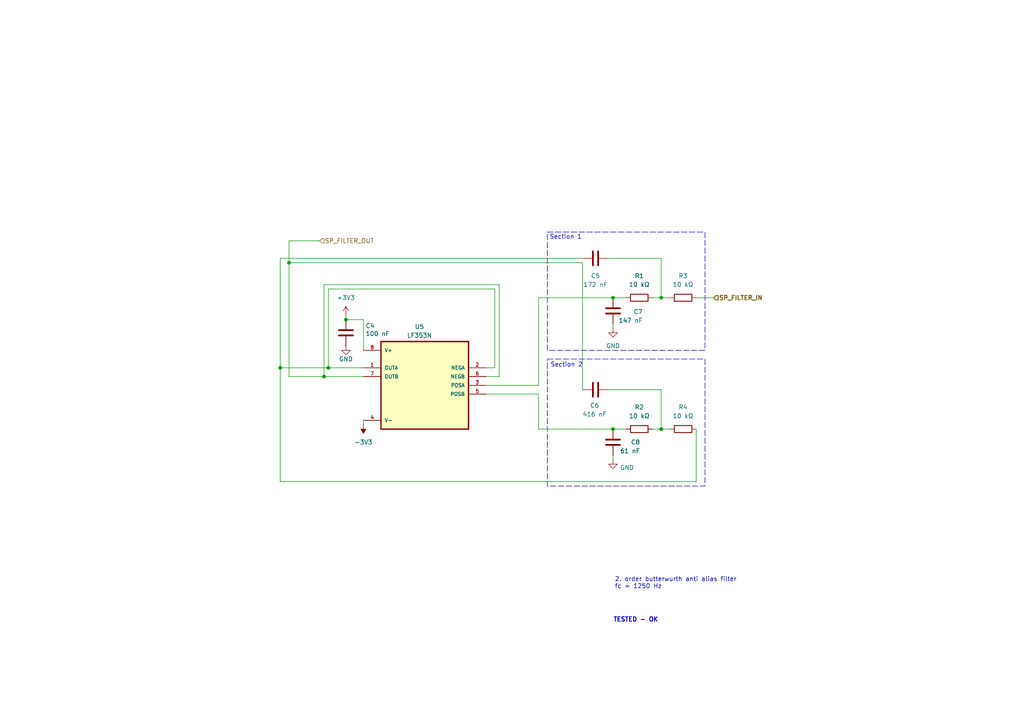
<source format=kicad_sch>
(kicad_sch
	(version 20231120)
	(generator "eeschema")
	(generator_version "8.0")
	(uuid "fdb1314a-1cbf-4240-91ed-4d2dfc3252f0")
	(paper "A4")
	(lib_symbols
		(symbol "Device:C"
			(pin_numbers hide)
			(pin_names
				(offset 0.254)
			)
			(exclude_from_sim no)
			(in_bom yes)
			(on_board yes)
			(property "Reference" "C"
				(at 0.635 2.54 0)
				(effects
					(font
						(size 1.27 1.27)
					)
					(justify left)
				)
			)
			(property "Value" "C"
				(at 0.635 -2.54 0)
				(effects
					(font
						(size 1.27 1.27)
					)
					(justify left)
				)
			)
			(property "Footprint" ""
				(at 0.9652 -3.81 0)
				(effects
					(font
						(size 1.27 1.27)
					)
					(hide yes)
				)
			)
			(property "Datasheet" "~"
				(at 0 0 0)
				(effects
					(font
						(size 1.27 1.27)
					)
					(hide yes)
				)
			)
			(property "Description" "Unpolarized capacitor"
				(at 0 0 0)
				(effects
					(font
						(size 1.27 1.27)
					)
					(hide yes)
				)
			)
			(property "ki_keywords" "cap capacitor"
				(at 0 0 0)
				(effects
					(font
						(size 1.27 1.27)
					)
					(hide yes)
				)
			)
			(property "ki_fp_filters" "C_*"
				(at 0 0 0)
				(effects
					(font
						(size 1.27 1.27)
					)
					(hide yes)
				)
			)
			(symbol "C_0_1"
				(polyline
					(pts
						(xy -2.032 -0.762) (xy 2.032 -0.762)
					)
					(stroke
						(width 0.508)
						(type default)
					)
					(fill
						(type none)
					)
				)
				(polyline
					(pts
						(xy -2.032 0.762) (xy 2.032 0.762)
					)
					(stroke
						(width 0.508)
						(type default)
					)
					(fill
						(type none)
					)
				)
			)
			(symbol "C_1_1"
				(pin passive line
					(at 0 3.81 270)
					(length 2.794)
					(name "~"
						(effects
							(font
								(size 1.27 1.27)
							)
						)
					)
					(number "1"
						(effects
							(font
								(size 1.27 1.27)
							)
						)
					)
				)
				(pin passive line
					(at 0 -3.81 90)
					(length 2.794)
					(name "~"
						(effects
							(font
								(size 1.27 1.27)
							)
						)
					)
					(number "2"
						(effects
							(font
								(size 1.27 1.27)
							)
						)
					)
				)
			)
		)
		(symbol "Device:R"
			(pin_numbers hide)
			(pin_names
				(offset 0)
			)
			(exclude_from_sim no)
			(in_bom yes)
			(on_board yes)
			(property "Reference" "R"
				(at 2.032 0 90)
				(effects
					(font
						(size 1.27 1.27)
					)
				)
			)
			(property "Value" "R"
				(at 0 0 90)
				(effects
					(font
						(size 1.27 1.27)
					)
				)
			)
			(property "Footprint" ""
				(at -1.778 0 90)
				(effects
					(font
						(size 1.27 1.27)
					)
					(hide yes)
				)
			)
			(property "Datasheet" "~"
				(at 0 0 0)
				(effects
					(font
						(size 1.27 1.27)
					)
					(hide yes)
				)
			)
			(property "Description" "Resistor"
				(at 0 0 0)
				(effects
					(font
						(size 1.27 1.27)
					)
					(hide yes)
				)
			)
			(property "ki_keywords" "R res resistor"
				(at 0 0 0)
				(effects
					(font
						(size 1.27 1.27)
					)
					(hide yes)
				)
			)
			(property "ki_fp_filters" "R_*"
				(at 0 0 0)
				(effects
					(font
						(size 1.27 1.27)
					)
					(hide yes)
				)
			)
			(symbol "R_0_1"
				(rectangle
					(start -1.016 -2.54)
					(end 1.016 2.54)
					(stroke
						(width 0.254)
						(type default)
					)
					(fill
						(type none)
					)
				)
			)
			(symbol "R_1_1"
				(pin passive line
					(at 0 3.81 270)
					(length 1.27)
					(name "~"
						(effects
							(font
								(size 1.27 1.27)
							)
						)
					)
					(number "1"
						(effects
							(font
								(size 1.27 1.27)
							)
						)
					)
				)
				(pin passive line
					(at 0 -3.81 90)
					(length 1.27)
					(name "~"
						(effects
							(font
								(size 1.27 1.27)
							)
						)
					)
					(number "2"
						(effects
							(font
								(size 1.27 1.27)
							)
						)
					)
				)
			)
		)
		(symbol "LF353N:LF353N"
			(pin_names
				(offset 1.016)
			)
			(exclude_from_sim no)
			(in_bom yes)
			(on_board yes)
			(property "Reference" "U"
				(at -12.7 13.7 0)
				(effects
					(font
						(size 1.27 1.27)
					)
					(justify left bottom)
				)
			)
			(property "Value" "LF353N"
				(at -12.7 -16.7 0)
				(effects
					(font
						(size 1.27 1.27)
					)
					(justify left bottom)
				)
			)
			(property "Footprint" "LF353N:DIP794W45P254L959H508Q8"
				(at 0 0 0)
				(effects
					(font
						(size 1.27 1.27)
					)
					(justify bottom)
					(hide yes)
				)
			)
			(property "Datasheet" ""
				(at 0 0 0)
				(effects
					(font
						(size 1.27 1.27)
					)
					(hide yes)
				)
			)
			(property "Description" ""
				(at 0 0 0)
				(effects
					(font
						(size 1.27 1.27)
					)
					(hide yes)
				)
			)
			(property "MF" "Texas Instruments"
				(at 0 0 0)
				(effects
					(font
						(size 1.27 1.27)
					)
					(justify bottom)
					(hide yes)
				)
			)
			(property "Description_1" "\nDual, 36-V, 4-MHz, high slew rate (13-V/µs), In to V+, JFET-input op amp\n"
				(at 0 0 0)
				(effects
					(font
						(size 1.27 1.27)
					)
					(justify bottom)
					(hide yes)
				)
			)
			(property "Package" "PDIP-8 Texas"
				(at 0 0 0)
				(effects
					(font
						(size 1.27 1.27)
					)
					(justify bottom)
					(hide yes)
				)
			)
			(property "Price" "None"
				(at 0 0 0)
				(effects
					(font
						(size 1.27 1.27)
					)
					(justify bottom)
					(hide yes)
				)
			)
			(property "SnapEDA_Link" "https://www.snapeda.com/parts/LF353N/NOPB/Texas+Instruments/view-part/?ref=snap"
				(at 0 0 0)
				(effects
					(font
						(size 1.27 1.27)
					)
					(justify bottom)
					(hide yes)
				)
			)
			(property "MP" "LF353N/NOPB"
				(at 0 0 0)
				(effects
					(font
						(size 1.27 1.27)
					)
					(justify bottom)
					(hide yes)
				)
			)
			(property "Purchase-URL" "https://www.snapeda.com/api/url_track_click_mouser/?unipart_id=26204&manufacturer=Texas Instruments&part_name=LF353N/NOPB&search_term=None"
				(at 0 0 0)
				(effects
					(font
						(size 1.27 1.27)
					)
					(justify bottom)
					(hide yes)
				)
			)
			(property "Availability" "In Stock"
				(at 0 0 0)
				(effects
					(font
						(size 1.27 1.27)
					)
					(justify bottom)
					(hide yes)
				)
			)
			(property "Check_prices" "https://www.snapeda.com/parts/LF353N/NOPB/Texas+Instruments/view-part/?ref=eda"
				(at 0 0 0)
				(effects
					(font
						(size 1.27 1.27)
					)
					(justify bottom)
					(hide yes)
				)
			)
			(symbol "LF353N_0_0"
				(rectangle
					(start -12.7 -12.7)
					(end 12.7 12.7)
					(stroke
						(width 0.41)
						(type default)
					)
					(fill
						(type background)
					)
				)
				(pin output line
					(at 17.78 5.08 180)
					(length 5.08)
					(name "OUTA"
						(effects
							(font
								(size 1.016 1.016)
							)
						)
					)
					(number "1"
						(effects
							(font
								(size 1.016 1.016)
							)
						)
					)
				)
				(pin input line
					(at -17.78 5.08 0)
					(length 5.08)
					(name "NEGA"
						(effects
							(font
								(size 1.016 1.016)
							)
						)
					)
					(number "2"
						(effects
							(font
								(size 1.016 1.016)
							)
						)
					)
				)
				(pin input line
					(at -17.78 0 0)
					(length 5.08)
					(name "POSA"
						(effects
							(font
								(size 1.016 1.016)
							)
						)
					)
					(number "3"
						(effects
							(font
								(size 1.016 1.016)
							)
						)
					)
				)
				(pin power_in line
					(at 17.78 -10.16 180)
					(length 5.08)
					(name "V-"
						(effects
							(font
								(size 1.016 1.016)
							)
						)
					)
					(number "4"
						(effects
							(font
								(size 1.016 1.016)
							)
						)
					)
				)
				(pin input line
					(at -17.78 -2.54 0)
					(length 5.08)
					(name "POSB"
						(effects
							(font
								(size 1.016 1.016)
							)
						)
					)
					(number "5"
						(effects
							(font
								(size 1.016 1.016)
							)
						)
					)
				)
				(pin input line
					(at -17.78 2.54 0)
					(length 5.08)
					(name "NEGB"
						(effects
							(font
								(size 1.016 1.016)
							)
						)
					)
					(number "6"
						(effects
							(font
								(size 1.016 1.016)
							)
						)
					)
				)
				(pin output line
					(at 17.78 2.54 180)
					(length 5.08)
					(name "OUTB"
						(effects
							(font
								(size 1.016 1.016)
							)
						)
					)
					(number "7"
						(effects
							(font
								(size 1.016 1.016)
							)
						)
					)
				)
				(pin power_in line
					(at 17.78 10.16 180)
					(length 5.08)
					(name "V+"
						(effects
							(font
								(size 1.016 1.016)
							)
						)
					)
					(number "8"
						(effects
							(font
								(size 1.016 1.016)
							)
						)
					)
				)
			)
		)
		(symbol "power:+3V3"
			(power)
			(pin_numbers hide)
			(pin_names
				(offset 0) hide)
			(exclude_from_sim no)
			(in_bom yes)
			(on_board yes)
			(property "Reference" "#PWR"
				(at 0 -3.81 0)
				(effects
					(font
						(size 1.27 1.27)
					)
					(hide yes)
				)
			)
			(property "Value" "+3V3"
				(at 0 3.556 0)
				(effects
					(font
						(size 1.27 1.27)
					)
				)
			)
			(property "Footprint" ""
				(at 0 0 0)
				(effects
					(font
						(size 1.27 1.27)
					)
					(hide yes)
				)
			)
			(property "Datasheet" ""
				(at 0 0 0)
				(effects
					(font
						(size 1.27 1.27)
					)
					(hide yes)
				)
			)
			(property "Description" "Power symbol creates a global label with name \"+3V3\""
				(at 0 0 0)
				(effects
					(font
						(size 1.27 1.27)
					)
					(hide yes)
				)
			)
			(property "ki_keywords" "global power"
				(at 0 0 0)
				(effects
					(font
						(size 1.27 1.27)
					)
					(hide yes)
				)
			)
			(symbol "+3V3_0_1"
				(polyline
					(pts
						(xy -0.762 1.27) (xy 0 2.54)
					)
					(stroke
						(width 0)
						(type default)
					)
					(fill
						(type none)
					)
				)
				(polyline
					(pts
						(xy 0 0) (xy 0 2.54)
					)
					(stroke
						(width 0)
						(type default)
					)
					(fill
						(type none)
					)
				)
				(polyline
					(pts
						(xy 0 2.54) (xy 0.762 1.27)
					)
					(stroke
						(width 0)
						(type default)
					)
					(fill
						(type none)
					)
				)
			)
			(symbol "+3V3_1_1"
				(pin power_in line
					(at 0 0 90)
					(length 0)
					(name "~"
						(effects
							(font
								(size 1.27 1.27)
							)
						)
					)
					(number "1"
						(effects
							(font
								(size 1.27 1.27)
							)
						)
					)
				)
			)
		)
		(symbol "power:-3V3"
			(power)
			(pin_numbers hide)
			(pin_names
				(offset 0) hide)
			(exclude_from_sim no)
			(in_bom yes)
			(on_board yes)
			(property "Reference" "#PWR"
				(at 0 -3.81 0)
				(effects
					(font
						(size 1.27 1.27)
					)
					(hide yes)
				)
			)
			(property "Value" "-3V3"
				(at 0 3.556 0)
				(effects
					(font
						(size 1.27 1.27)
					)
				)
			)
			(property "Footprint" ""
				(at 0 0 0)
				(effects
					(font
						(size 1.27 1.27)
					)
					(hide yes)
				)
			)
			(property "Datasheet" ""
				(at 0 0 0)
				(effects
					(font
						(size 1.27 1.27)
					)
					(hide yes)
				)
			)
			(property "Description" "Power symbol creates a global label with name \"-3V3\""
				(at 0 0 0)
				(effects
					(font
						(size 1.27 1.27)
					)
					(hide yes)
				)
			)
			(property "ki_keywords" "global power"
				(at 0 0 0)
				(effects
					(font
						(size 1.27 1.27)
					)
					(hide yes)
				)
			)
			(symbol "-3V3_0_0"
				(pin power_in line
					(at 0 0 90)
					(length 0)
					(name "~"
						(effects
							(font
								(size 1.27 1.27)
							)
						)
					)
					(number "1"
						(effects
							(font
								(size 1.27 1.27)
							)
						)
					)
				)
			)
			(symbol "-3V3_0_1"
				(polyline
					(pts
						(xy 0 0) (xy 0 1.27) (xy 0.762 1.27) (xy 0 2.54) (xy -0.762 1.27) (xy 0 1.27)
					)
					(stroke
						(width 0)
						(type default)
					)
					(fill
						(type outline)
					)
				)
			)
		)
		(symbol "power:GND"
			(power)
			(pin_numbers hide)
			(pin_names
				(offset 0) hide)
			(exclude_from_sim no)
			(in_bom yes)
			(on_board yes)
			(property "Reference" "#PWR"
				(at 0 -6.35 0)
				(effects
					(font
						(size 1.27 1.27)
					)
					(hide yes)
				)
			)
			(property "Value" "GND"
				(at 0 -3.81 0)
				(effects
					(font
						(size 1.27 1.27)
					)
				)
			)
			(property "Footprint" ""
				(at 0 0 0)
				(effects
					(font
						(size 1.27 1.27)
					)
					(hide yes)
				)
			)
			(property "Datasheet" ""
				(at 0 0 0)
				(effects
					(font
						(size 1.27 1.27)
					)
					(hide yes)
				)
			)
			(property "Description" "Power symbol creates a global label with name \"GND\" , ground"
				(at 0 0 0)
				(effects
					(font
						(size 1.27 1.27)
					)
					(hide yes)
				)
			)
			(property "ki_keywords" "global power"
				(at 0 0 0)
				(effects
					(font
						(size 1.27 1.27)
					)
					(hide yes)
				)
			)
			(symbol "GND_0_1"
				(polyline
					(pts
						(xy 0 0) (xy 0 -1.27) (xy 1.27 -1.27) (xy 0 -2.54) (xy -1.27 -1.27) (xy 0 -1.27)
					)
					(stroke
						(width 0)
						(type default)
					)
					(fill
						(type none)
					)
				)
			)
			(symbol "GND_1_1"
				(pin power_in line
					(at 0 0 270)
					(length 0)
					(name "~"
						(effects
							(font
								(size 1.27 1.27)
							)
						)
					)
					(number "1"
						(effects
							(font
								(size 1.27 1.27)
							)
						)
					)
				)
			)
		)
	)
	(junction
		(at 93.98 109.22)
		(diameter 0)
		(color 0 0 0 0)
		(uuid "00a21730-b79d-4a47-a9e8-861ccbe4fc7f")
	)
	(junction
		(at 100.33 92.71)
		(diameter 0)
		(color 0 0 0 0)
		(uuid "30493b66-48ae-4519-b977-ffa4b50ecbb9")
	)
	(junction
		(at 83.82 76.2)
		(diameter 0)
		(color 0 0 0 0)
		(uuid "560e85be-e979-4c91-b003-4996e74b013a")
	)
	(junction
		(at 81.28 106.68)
		(diameter 0)
		(color 0 0 0 0)
		(uuid "57a9f3bc-87a9-41d7-96a6-7c86ff022d00")
	)
	(junction
		(at 177.8 86.36)
		(diameter 0)
		(color 0 0 0 0)
		(uuid "8aae1340-8a39-4847-b3fd-7b16328baf2b")
	)
	(junction
		(at 191.77 86.36)
		(diameter 0)
		(color 0 0 0 0)
		(uuid "8fc45d5e-85ed-437f-8687-8cfaa959384c")
	)
	(junction
		(at 95.25 106.68)
		(diameter 0)
		(color 0 0 0 0)
		(uuid "bcc77b6a-8056-4fd0-a616-5b8e7f24cf26")
	)
	(junction
		(at 177.8 124.46)
		(diameter 0)
		(color 0 0 0 0)
		(uuid "e7763fa5-7392-4c22-952b-45a04914a9ea")
	)
	(junction
		(at 191.77 124.46)
		(diameter 0)
		(color 0 0 0 0)
		(uuid "e81414d2-4f39-40c6-9e83-b0d75707f328")
	)
	(wire
		(pts
			(xy 143.51 106.68) (xy 143.51 83.82)
		)
		(stroke
			(width 0)
			(type default)
		)
		(uuid "046b8a5a-f58e-4da6-a9ea-c011bd5c6f2a")
	)
	(wire
		(pts
			(xy 105.41 92.71) (xy 105.41 101.6)
		)
		(stroke
			(width 0)
			(type default)
		)
		(uuid "092af7ae-55f0-4649-a32b-c7482142f6d2")
	)
	(wire
		(pts
			(xy 83.82 76.2) (xy 83.82 109.22)
		)
		(stroke
			(width 0)
			(type default)
		)
		(uuid "12dd4796-49b2-48b8-adda-b14fa723fe0f")
	)
	(wire
		(pts
			(xy 83.82 76.2) (xy 83.82 69.85)
		)
		(stroke
			(width 0)
			(type default)
		)
		(uuid "1c3950bf-a003-4bbb-a9a2-da28e8842553")
	)
	(wire
		(pts
			(xy 181.61 124.46) (xy 177.8 124.46)
		)
		(stroke
			(width 0)
			(type default)
		)
		(uuid "1cf4b533-db6b-4778-a523-fd4ce27964bd")
	)
	(wire
		(pts
			(xy 191.77 74.93) (xy 191.77 86.36)
		)
		(stroke
			(width 0)
			(type default)
		)
		(uuid "2586c451-41f6-49bd-8aed-22167ef1554e")
	)
	(wire
		(pts
			(xy 100.33 91.44) (xy 100.33 92.71)
		)
		(stroke
			(width 0)
			(type default)
		)
		(uuid "31939978-0008-4e38-b11f-864a6e3d772d")
	)
	(wire
		(pts
			(xy 81.28 106.68) (xy 81.28 139.7)
		)
		(stroke
			(width 0)
			(type default)
		)
		(uuid "347c59cb-a4ea-41fe-a91e-2a34552e1ad5")
	)
	(wire
		(pts
			(xy 177.8 86.36) (xy 156.21 86.36)
		)
		(stroke
			(width 0)
			(type default)
		)
		(uuid "396c9f37-a88e-458a-b43c-7fc4ff31d1cd")
	)
	(wire
		(pts
			(xy 156.21 111.76) (xy 140.97 111.76)
		)
		(stroke
			(width 0)
			(type default)
		)
		(uuid "3a54fb12-4c98-4fa0-84b7-64b8d9806aff")
	)
	(wire
		(pts
			(xy 140.97 109.22) (xy 144.78 109.22)
		)
		(stroke
			(width 0)
			(type default)
		)
		(uuid "43bcad6a-4692-4674-ae52-273136a084fb")
	)
	(wire
		(pts
			(xy 81.28 139.7) (xy 201.93 139.7)
		)
		(stroke
			(width 0)
			(type default)
		)
		(uuid "44cecd50-43f8-411a-95f4-5549207fab57")
	)
	(wire
		(pts
			(xy 105.41 121.92) (xy 105.41 123.19)
		)
		(stroke
			(width 0)
			(type default)
		)
		(uuid "47f78c84-4a43-4e6c-b717-9da8753d3a8e")
	)
	(wire
		(pts
			(xy 143.51 106.68) (xy 140.97 106.68)
		)
		(stroke
			(width 0)
			(type default)
		)
		(uuid "4e0ce7aa-247e-4a29-96f3-cd34bf12be45")
	)
	(wire
		(pts
			(xy 143.51 83.82) (xy 95.25 83.82)
		)
		(stroke
			(width 0)
			(type default)
		)
		(uuid "4f8e935f-1222-4a55-b4e9-1ffdb17d8fd4")
	)
	(wire
		(pts
			(xy 83.82 76.2) (xy 168.91 76.2)
		)
		(stroke
			(width 0)
			(type default)
		)
		(uuid "6976f397-0436-4ac1-a0df-84f24d03cf34")
	)
	(wire
		(pts
			(xy 181.61 86.36) (xy 177.8 86.36)
		)
		(stroke
			(width 0)
			(type default)
		)
		(uuid "71443a42-85f6-4282-bdd7-aace4303e242")
	)
	(wire
		(pts
			(xy 207.01 86.36) (xy 201.93 86.36)
		)
		(stroke
			(width 0)
			(type default)
		)
		(uuid "721db1a4-e5e2-41af-8840-43afecf501e4")
	)
	(wire
		(pts
			(xy 81.28 106.68) (xy 95.25 106.68)
		)
		(stroke
			(width 0)
			(type default)
		)
		(uuid "730e23d9-9b86-4085-954d-fdb4c621ae1b")
	)
	(wire
		(pts
			(xy 177.8 124.46) (xy 156.21 124.46)
		)
		(stroke
			(width 0)
			(type default)
		)
		(uuid "73409fbe-60c5-4bec-bc6b-57a72c8a87e3")
	)
	(wire
		(pts
			(xy 191.77 124.46) (xy 194.31 124.46)
		)
		(stroke
			(width 0)
			(type default)
		)
		(uuid "78fb77ba-e621-4ebd-aceb-5ecd26f49c8b")
	)
	(wire
		(pts
			(xy 156.21 124.46) (xy 156.21 114.3)
		)
		(stroke
			(width 0)
			(type default)
		)
		(uuid "8467efdb-5594-4a5c-b077-bf3720e4e1ad")
	)
	(wire
		(pts
			(xy 81.28 74.93) (xy 81.28 106.68)
		)
		(stroke
			(width 0)
			(type default)
		)
		(uuid "84d7c965-4fab-45bd-80a9-89760a0d5783")
	)
	(wire
		(pts
			(xy 191.77 124.46) (xy 189.23 124.46)
		)
		(stroke
			(width 0)
			(type default)
		)
		(uuid "866a0200-89c0-401c-8642-5f3677da9df0")
	)
	(wire
		(pts
			(xy 83.82 109.22) (xy 93.98 109.22)
		)
		(stroke
			(width 0)
			(type default)
		)
		(uuid "87ddf43b-34f4-4e89-814e-667b30607487")
	)
	(wire
		(pts
			(xy 144.78 82.55) (xy 93.98 82.55)
		)
		(stroke
			(width 0)
			(type default)
		)
		(uuid "8db090d7-d4c8-497b-b40d-ad881e5d76b6")
	)
	(wire
		(pts
			(xy 176.53 74.93) (xy 191.77 74.93)
		)
		(stroke
			(width 0)
			(type default)
		)
		(uuid "8ea94ac4-afe2-41bf-a12c-f8487cfcd8ed")
	)
	(wire
		(pts
			(xy 93.98 82.55) (xy 93.98 109.22)
		)
		(stroke
			(width 0)
			(type default)
		)
		(uuid "8f176090-c03a-48da-a9d8-30584d819c08")
	)
	(wire
		(pts
			(xy 156.21 86.36) (xy 156.21 111.76)
		)
		(stroke
			(width 0)
			(type default)
		)
		(uuid "8f4c0288-fef7-4b7c-a8c5-af2feb7d4fb6")
	)
	(wire
		(pts
			(xy 156.21 114.3) (xy 140.97 114.3)
		)
		(stroke
			(width 0)
			(type default)
		)
		(uuid "9ea09d54-f39e-4c86-884d-cd25e4d96262")
	)
	(wire
		(pts
			(xy 201.93 124.46) (xy 201.93 139.7)
		)
		(stroke
			(width 0)
			(type default)
		)
		(uuid "a1e481f8-50d9-422e-acfc-f3d1e0161593")
	)
	(wire
		(pts
			(xy 168.91 74.93) (xy 81.28 74.93)
		)
		(stroke
			(width 0)
			(type default)
		)
		(uuid "a5eef787-4b0b-4b7c-913d-59c40ec71a0d")
	)
	(wire
		(pts
			(xy 100.33 92.71) (xy 105.41 92.71)
		)
		(stroke
			(width 0)
			(type default)
		)
		(uuid "a8570122-7245-4ddb-8e88-bbb0ac5a4569")
	)
	(wire
		(pts
			(xy 144.78 109.22) (xy 144.78 82.55)
		)
		(stroke
			(width 0)
			(type default)
		)
		(uuid "a8922b8c-e082-4729-93bb-7b0e0796ea01")
	)
	(wire
		(pts
			(xy 83.82 69.85) (xy 92.71 69.85)
		)
		(stroke
			(width 0)
			(type default)
		)
		(uuid "a93c9f8b-0ec6-43fb-99cb-01e20f8693ae")
	)
	(wire
		(pts
			(xy 191.77 113.03) (xy 191.77 124.46)
		)
		(stroke
			(width 0)
			(type default)
		)
		(uuid "af06bf2e-06d0-4582-ab50-78ac80012962")
	)
	(wire
		(pts
			(xy 177.8 93.98) (xy 177.8 95.25)
		)
		(stroke
			(width 0)
			(type default)
		)
		(uuid "bf27e2d9-3206-4394-8f75-71df9c1b1134")
	)
	(wire
		(pts
			(xy 168.91 113.03) (xy 168.91 76.2)
		)
		(stroke
			(width 0)
			(type default)
		)
		(uuid "c10eddb7-29c2-4239-b5c0-b81024dfd6ea")
	)
	(wire
		(pts
			(xy 176.53 113.03) (xy 191.77 113.03)
		)
		(stroke
			(width 0)
			(type default)
		)
		(uuid "d3f528ec-3947-4071-bddc-3cf851e0d678")
	)
	(wire
		(pts
			(xy 95.25 83.82) (xy 95.25 106.68)
		)
		(stroke
			(width 0)
			(type default)
		)
		(uuid "d889de21-3410-46a1-b9ae-ee51f6013ce7")
	)
	(wire
		(pts
			(xy 95.25 106.68) (xy 105.41 106.68)
		)
		(stroke
			(width 0)
			(type default)
		)
		(uuid "f4a9f6ed-c34a-44ec-8d86-ceef5adef6da")
	)
	(wire
		(pts
			(xy 191.77 86.36) (xy 189.23 86.36)
		)
		(stroke
			(width 0)
			(type default)
		)
		(uuid "fa482913-bbf6-4f47-b370-eb14f8b510fa")
	)
	(wire
		(pts
			(xy 177.8 132.08) (xy 177.8 133.35)
		)
		(stroke
			(width 0)
			(type default)
		)
		(uuid "fcf5e8c7-a466-4507-b088-959aedd84118")
	)
	(wire
		(pts
			(xy 93.98 109.22) (xy 105.41 109.22)
		)
		(stroke
			(width 0)
			(type default)
		)
		(uuid "fed0bcb2-1eed-478c-9ac6-96cd4597f343")
	)
	(wire
		(pts
			(xy 191.77 86.36) (xy 194.31 86.36)
		)
		(stroke
			(width 0)
			(type default)
		)
		(uuid "ff26fbc0-f9ab-4547-a1af-8ac2de987a93")
	)
	(rectangle
		(start 158.75 104.14)
		(end 204.47 140.97)
		(stroke
			(width 0)
			(type dash)
		)
		(fill
			(type none)
		)
		(uuid 6c002117-5fdf-4522-983a-cf64e3350c9c)
	)
	(rectangle
		(start 158.75 67.31)
		(end 204.47 101.6)
		(stroke
			(width 0)
			(type dash)
		)
		(fill
			(type none)
		)
		(uuid 781ee9cf-dcae-4690-a2f9-3ab77b202fe6)
	)
	(text "TESTED - OK\n"
		(exclude_from_sim no)
		(at 184.404 179.832 0)
		(effects
			(font
				(size 1.27 1.27)
				(thickness 0.254)
				(bold yes)
			)
		)
		(uuid "126fbd5b-df23-46a5-b405-403056bb69f8")
	)
	(text "2. order butterwurth anti alias filter\nfc = 1250 Hz"
		(exclude_from_sim no)
		(at 178.308 167.386 0)
		(effects
			(font
				(size 1.27 1.27)
			)
			(justify left top)
		)
		(uuid "7a729041-6a0b-4038-b4fe-17528736c728")
	)
	(text "Section 2\n\n"
		(exclude_from_sim no)
		(at 164.338 106.934 0)
		(effects
			(font
				(size 1.27 1.27)
			)
		)
		(uuid "e28cfd2c-c572-4c96-91d6-924c55560545")
	)
	(text "Section 1\n"
		(exclude_from_sim no)
		(at 164.084 68.834 0)
		(effects
			(font
				(size 1.27 1.27)
			)
		)
		(uuid "f3fef242-53eb-4f6e-9ab8-a1aaec7ee468")
	)
	(hierarchical_label "SP_FILTER_IN"
		(shape input)
		(at 207.01 86.36 0)
		(fields_autoplaced yes)
		(effects
			(font
				(size 1.27 1.27)
				(bold yes)
			)
			(justify left)
		)
		(uuid "07084a4f-b6bc-4f98-897b-c40f69be5f52")
	)
	(hierarchical_label "SP_FILTER_OUT"
		(shape input)
		(at 92.71 69.85 0)
		(fields_autoplaced yes)
		(effects
			(font
				(size 1.27 1.27)
			)
			(justify left)
		)
		(uuid "3be473d0-2379-4445-9c1b-c06b23e0c318")
	)
	(symbol
		(lib_id "Device:C")
		(at 100.33 96.52 0)
		(mirror y)
		(unit 1)
		(exclude_from_sim no)
		(in_bom yes)
		(on_board yes)
		(dnp no)
		(uuid "0ba66df3-ae03-43b3-a3aa-c84167c9f0d2")
		(property "Reference" "C4"
			(at 108.712 94.488 0)
			(effects
				(font
					(size 1.27 1.27)
				)
				(justify left)
			)
		)
		(property "Value" "100 nF"
			(at 113.03 96.774 0)
			(effects
				(font
					(size 1.27 1.27)
				)
				(justify left)
			)
		)
		(property "Footprint" "Capacitor_SMD:C_0805_2012Metric_Pad1.18x1.45mm_HandSolder"
			(at 99.3648 100.33 0)
			(effects
				(font
					(size 1.27 1.27)
				)
				(hide yes)
			)
		)
		(property "Datasheet" "~"
			(at 100.33 96.52 0)
			(effects
				(font
					(size 1.27 1.27)
				)
				(hide yes)
			)
		)
		(property "Description" "Unpolarized capacitor"
			(at 100.33 96.52 0)
			(effects
				(font
					(size 1.27 1.27)
				)
				(hide yes)
			)
		)
		(pin "1"
			(uuid "968177a9-d945-4381-8405-d80ad85edb61")
		)
		(pin "2"
			(uuid "97128a54-40c6-40e5-a394-fa63069f2975")
		)
		(instances
			(project "BaseBoard"
				(path "/5772fade-5f5a-4b33-b088-e12fff8be0e3/5c7a8f5b-ceaf-4fe8-9c69-7311132cd264/908aee58-8b19-4f74-9836-55ac6fee8603"
					(reference "C4")
					(unit 1)
				)
			)
		)
	)
	(symbol
		(lib_id "Device:C")
		(at 172.72 74.93 270)
		(mirror x)
		(unit 1)
		(exclude_from_sim no)
		(in_bom yes)
		(on_board yes)
		(dnp no)
		(uuid "18e89fc3-b28a-470f-bb4e-c75c3b1da0c2")
		(property "Reference" "C5"
			(at 172.72 80.01 90)
			(effects
				(font
					(size 1.27 1.27)
				)
			)
		)
		(property "Value" "172 nF"
			(at 172.72 82.55 90)
			(effects
				(font
					(size 1.27 1.27)
				)
			)
		)
		(property "Footprint" "Capacitor_SMD:C_0805_2012Metric_Pad1.18x1.45mm_HandSolder"
			(at 168.91 73.9648 0)
			(effects
				(font
					(size 1.27 1.27)
				)
				(hide yes)
			)
		)
		(property "Datasheet" "~"
			(at 172.72 74.93 0)
			(effects
				(font
					(size 1.27 1.27)
				)
				(hide yes)
			)
		)
		(property "Description" "Unpolarized capacitor"
			(at 172.72 74.93 0)
			(effects
				(font
					(size 1.27 1.27)
				)
				(hide yes)
			)
		)
		(pin "2"
			(uuid "618d4c9e-a6ed-4a67-b0c4-d00a6cced649")
		)
		(pin "1"
			(uuid "a624210f-011b-493a-be6f-2a9ebb8f3267")
		)
		(instances
			(project "BaseBoard"
				(path "/5772fade-5f5a-4b33-b088-e12fff8be0e3/5c7a8f5b-ceaf-4fe8-9c69-7311132cd264/908aee58-8b19-4f74-9836-55ac6fee8603"
					(reference "C5")
					(unit 1)
				)
			)
		)
	)
	(symbol
		(lib_id "Device:C")
		(at 177.8 90.17 0)
		(mirror y)
		(unit 1)
		(exclude_from_sim no)
		(in_bom yes)
		(on_board yes)
		(dnp no)
		(uuid "19eb7cf4-7b62-4eca-9b5f-2036d0673175")
		(property "Reference" "C7"
			(at 186.436 90.424 0)
			(effects
				(font
					(size 1.27 1.27)
				)
				(justify left)
			)
		)
		(property "Value" "147 nF"
			(at 186.436 92.964 0)
			(effects
				(font
					(size 1.27 1.27)
				)
				(justify left)
			)
		)
		(property "Footprint" "Capacitor_SMD:C_0805_2012Metric_Pad1.18x1.45mm_HandSolder"
			(at 176.8348 93.98 0)
			(effects
				(font
					(size 1.27 1.27)
				)
				(hide yes)
			)
		)
		(property "Datasheet" "~"
			(at 177.8 90.17 0)
			(effects
				(font
					(size 1.27 1.27)
				)
				(hide yes)
			)
		)
		(property "Description" "Unpolarized capacitor"
			(at 177.8 90.17 0)
			(effects
				(font
					(size 1.27 1.27)
				)
				(hide yes)
			)
		)
		(pin "2"
			(uuid "ae08be55-ee9f-4e21-a875-1003572baff3")
		)
		(pin "1"
			(uuid "029abaaa-f348-4844-b451-796af10a14f4")
		)
		(instances
			(project "BaseBoard"
				(path "/5772fade-5f5a-4b33-b088-e12fff8be0e3/5c7a8f5b-ceaf-4fe8-9c69-7311132cd264/908aee58-8b19-4f74-9836-55ac6fee8603"
					(reference "C7")
					(unit 1)
				)
			)
		)
	)
	(symbol
		(lib_id "Device:R")
		(at 185.42 86.36 270)
		(mirror x)
		(unit 1)
		(exclude_from_sim no)
		(in_bom yes)
		(on_board yes)
		(dnp no)
		(fields_autoplaced yes)
		(uuid "2aad8719-c79c-4675-ba4f-7d03d2ff0176")
		(property "Reference" "R1"
			(at 185.42 80.01 90)
			(effects
				(font
					(size 1.27 1.27)
				)
			)
		)
		(property "Value" "10 kΩ"
			(at 185.42 82.55 90)
			(effects
				(font
					(size 1.27 1.27)
				)
			)
		)
		(property "Footprint" "Resistor_SMD:R_0805_2012Metric_Pad1.20x1.40mm_HandSolder"
			(at 185.42 88.138 90)
			(effects
				(font
					(size 1.27 1.27)
				)
				(hide yes)
			)
		)
		(property "Datasheet" "~"
			(at 185.42 86.36 0)
			(effects
				(font
					(size 1.27 1.27)
				)
				(hide yes)
			)
		)
		(property "Description" "Resistor"
			(at 185.42 86.36 0)
			(effects
				(font
					(size 1.27 1.27)
				)
				(hide yes)
			)
		)
		(pin "2"
			(uuid "d5485d6e-e976-40c7-9fee-031558c62652")
		)
		(pin "1"
			(uuid "f3b66feb-41bc-4c8b-b394-08b60fcdb334")
		)
		(instances
			(project "BaseBoard"
				(path "/5772fade-5f5a-4b33-b088-e12fff8be0e3/5c7a8f5b-ceaf-4fe8-9c69-7311132cd264/908aee58-8b19-4f74-9836-55ac6fee8603"
					(reference "R1")
					(unit 1)
				)
			)
		)
	)
	(symbol
		(lib_id "Device:R")
		(at 185.42 124.46 270)
		(mirror x)
		(unit 1)
		(exclude_from_sim no)
		(in_bom yes)
		(on_board yes)
		(dnp no)
		(fields_autoplaced yes)
		(uuid "3edfb9b6-c099-4d00-9e3c-f22dc03a2512")
		(property "Reference" "R2"
			(at 185.42 118.11 90)
			(effects
				(font
					(size 1.27 1.27)
				)
			)
		)
		(property "Value" "10 kΩ"
			(at 185.42 120.65 90)
			(effects
				(font
					(size 1.27 1.27)
				)
			)
		)
		(property "Footprint" "Resistor_SMD:R_0805_2012Metric_Pad1.20x1.40mm_HandSolder"
			(at 185.42 126.238 90)
			(effects
				(font
					(size 1.27 1.27)
				)
				(hide yes)
			)
		)
		(property "Datasheet" "~"
			(at 185.42 124.46 0)
			(effects
				(font
					(size 1.27 1.27)
				)
				(hide yes)
			)
		)
		(property "Description" "Resistor"
			(at 185.42 124.46 0)
			(effects
				(font
					(size 1.27 1.27)
				)
				(hide yes)
			)
		)
		(pin "2"
			(uuid "f27770e4-f901-4f31-86db-e10825b2444d")
		)
		(pin "1"
			(uuid "5becf1f9-f77f-4f49-89c1-cbdf6c5eeffe")
		)
		(instances
			(project "BaseBoard"
				(path "/5772fade-5f5a-4b33-b088-e12fff8be0e3/5c7a8f5b-ceaf-4fe8-9c69-7311132cd264/908aee58-8b19-4f74-9836-55ac6fee8603"
					(reference "R2")
					(unit 1)
				)
			)
		)
	)
	(symbol
		(lib_id "Device:C")
		(at 172.72 113.03 270)
		(mirror x)
		(unit 1)
		(exclude_from_sim no)
		(in_bom yes)
		(on_board yes)
		(dnp no)
		(uuid "5f506ac9-1f5d-4305-aa34-8cc8e4d4480d")
		(property "Reference" "C6"
			(at 172.466 117.602 90)
			(effects
				(font
					(size 1.27 1.27)
				)
			)
		)
		(property "Value" "416 nF"
			(at 172.466 120.142 90)
			(effects
				(font
					(size 1.27 1.27)
				)
			)
		)
		(property "Footprint" "Capacitor_SMD:C_0805_2012Metric_Pad1.18x1.45mm_HandSolder"
			(at 168.91 112.0648 0)
			(effects
				(font
					(size 1.27 1.27)
				)
				(hide yes)
			)
		)
		(property "Datasheet" "~"
			(at 172.72 113.03 0)
			(effects
				(font
					(size 1.27 1.27)
				)
				(hide yes)
			)
		)
		(property "Description" "Unpolarized capacitor"
			(at 172.72 113.03 0)
			(effects
				(font
					(size 1.27 1.27)
				)
				(hide yes)
			)
		)
		(pin "2"
			(uuid "c63d1028-3f94-4e01-8146-a5ac36126827")
		)
		(pin "1"
			(uuid "19e829fb-5f27-48ff-b5d0-7da6396ad690")
		)
		(instances
			(project "BaseBoard"
				(path "/5772fade-5f5a-4b33-b088-e12fff8be0e3/5c7a8f5b-ceaf-4fe8-9c69-7311132cd264/908aee58-8b19-4f74-9836-55ac6fee8603"
					(reference "C6")
					(unit 1)
				)
			)
		)
	)
	(symbol
		(lib_id "power:GND")
		(at 100.33 100.33 0)
		(unit 1)
		(exclude_from_sim no)
		(in_bom yes)
		(on_board yes)
		(dnp no)
		(uuid "6e6d2fdc-a09c-4e63-ada3-afd21e0529ef")
		(property "Reference" "#PWR011"
			(at 100.33 106.68 0)
			(effects
				(font
					(size 1.27 1.27)
				)
				(hide yes)
			)
		)
		(property "Value" "GND"
			(at 100.33 104.14 0)
			(effects
				(font
					(size 1.27 1.27)
				)
			)
		)
		(property "Footprint" ""
			(at 100.33 100.33 0)
			(effects
				(font
					(size 1.27 1.27)
				)
				(hide yes)
			)
		)
		(property "Datasheet" ""
			(at 100.33 100.33 0)
			(effects
				(font
					(size 1.27 1.27)
				)
				(hide yes)
			)
		)
		(property "Description" "Power symbol creates a global label with name \"GND\" , ground"
			(at 100.33 100.33 0)
			(effects
				(font
					(size 1.27 1.27)
				)
				(hide yes)
			)
		)
		(pin "1"
			(uuid "ae5b98c5-4b5e-44d8-94c3-c3bfffe69f22")
		)
		(instances
			(project "BaseBoard"
				(path "/5772fade-5f5a-4b33-b088-e12fff8be0e3/5c7a8f5b-ceaf-4fe8-9c69-7311132cd264/908aee58-8b19-4f74-9836-55ac6fee8603"
					(reference "#PWR011")
					(unit 1)
				)
			)
		)
	)
	(symbol
		(lib_id "power:GND")
		(at 177.8 95.25 0)
		(mirror y)
		(unit 1)
		(exclude_from_sim no)
		(in_bom yes)
		(on_board yes)
		(dnp no)
		(fields_autoplaced yes)
		(uuid "72f0ad73-a389-4c47-9ae4-d03902c79b4c")
		(property "Reference" "#PWR015"
			(at 177.8 101.6 0)
			(effects
				(font
					(size 1.27 1.27)
				)
				(hide yes)
			)
		)
		(property "Value" "GND"
			(at 177.8 100.33 0)
			(effects
				(font
					(size 1.27 1.27)
				)
			)
		)
		(property "Footprint" ""
			(at 177.8 95.25 0)
			(effects
				(font
					(size 1.27 1.27)
				)
				(hide yes)
			)
		)
		(property "Datasheet" ""
			(at 177.8 95.25 0)
			(effects
				(font
					(size 1.27 1.27)
				)
				(hide yes)
			)
		)
		(property "Description" "Power symbol creates a global label with name \"GND\" , ground"
			(at 177.8 95.25 0)
			(effects
				(font
					(size 1.27 1.27)
				)
				(hide yes)
			)
		)
		(pin "1"
			(uuid "475a51ef-74ff-4fde-b765-ddff30d5edfe")
		)
		(instances
			(project "BaseBoard"
				(path "/5772fade-5f5a-4b33-b088-e12fff8be0e3/5c7a8f5b-ceaf-4fe8-9c69-7311132cd264/908aee58-8b19-4f74-9836-55ac6fee8603"
					(reference "#PWR015")
					(unit 1)
				)
			)
		)
	)
	(symbol
		(lib_id "LF353N:LF353N")
		(at 123.19 111.76 0)
		(mirror y)
		(unit 1)
		(exclude_from_sim no)
		(in_bom yes)
		(on_board yes)
		(dnp no)
		(uuid "831307f4-b064-41a7-b7a9-c49a67082b94")
		(property "Reference" "U5"
			(at 121.666 94.742 0)
			(effects
				(font
					(size 1.27 1.27)
				)
			)
		)
		(property "Value" "LF353N"
			(at 121.666 97.282 0)
			(effects
				(font
					(size 1.27 1.27)
				)
			)
		)
		(property "Footprint" "USR_LIB:LF353"
			(at 123.19 111.76 0)
			(effects
				(font
					(size 1.27 1.27)
				)
				(justify bottom)
				(hide yes)
			)
		)
		(property "Datasheet" ""
			(at 123.19 111.76 0)
			(effects
				(font
					(size 1.27 1.27)
				)
				(hide yes)
			)
		)
		(property "Description" ""
			(at 123.19 111.76 0)
			(effects
				(font
					(size 1.27 1.27)
				)
				(hide yes)
			)
		)
		(property "MF" "Texas Instruments"
			(at 123.19 111.76 0)
			(effects
				(font
					(size 1.27 1.27)
				)
				(justify bottom)
				(hide yes)
			)
		)
		(property "Description_1" "\nDual, 36-V, 4-MHz, high slew rate (13-V/µs), In to V+, JFET-input op amp\n"
			(at 123.19 111.76 0)
			(effects
				(font
					(size 1.27 1.27)
				)
				(justify bottom)
				(hide yes)
			)
		)
		(property "Package" "PDIP-8 Texas"
			(at 123.19 111.76 0)
			(effects
				(font
					(size 1.27 1.27)
				)
				(justify bottom)
				(hide yes)
			)
		)
		(property "Price" "None"
			(at 123.19 111.76 0)
			(effects
				(font
					(size 1.27 1.27)
				)
				(justify bottom)
				(hide yes)
			)
		)
		(property "SnapEDA_Link" "https://www.snapeda.com/parts/LF353N/NOPB/Texas+Instruments/view-part/?ref=snap"
			(at 123.19 111.76 0)
			(effects
				(font
					(size 1.27 1.27)
				)
				(justify bottom)
				(hide yes)
			)
		)
		(property "MP" "LF353N/NOPB"
			(at 123.19 111.76 0)
			(effects
				(font
					(size 1.27 1.27)
				)
				(justify bottom)
				(hide yes)
			)
		)
		(property "Purchase-URL" "https://www.snapeda.com/api/url_track_click_mouser/?unipart_id=26204&manufacturer=Texas Instruments&part_name=LF353N/NOPB&search_term=None"
			(at 123.19 111.76 0)
			(effects
				(font
					(size 1.27 1.27)
				)
				(justify bottom)
				(hide yes)
			)
		)
		(property "Availability" "In Stock"
			(at 123.19 111.76 0)
			(effects
				(font
					(size 1.27 1.27)
				)
				(justify bottom)
				(hide yes)
			)
		)
		(property "Check_prices" "https://www.snapeda.com/parts/LF353N/NOPB/Texas+Instruments/view-part/?ref=eda"
			(at 123.19 111.76 0)
			(effects
				(font
					(size 1.27 1.27)
				)
				(justify bottom)
				(hide yes)
			)
		)
		(pin "1"
			(uuid "ee14088b-4527-446b-a1f3-0171a26251e2")
		)
		(pin "5"
			(uuid "43b3c08e-39f1-4c2b-a44c-5c590a2bae3d")
		)
		(pin "6"
			(uuid "d6096332-5da4-4727-94f3-1200f0b4432d")
		)
		(pin "2"
			(uuid "dbb7262b-16ee-4ff1-a1e5-3a8c97095046")
		)
		(pin "8"
			(uuid "d7356daa-8b91-4fed-8b7a-f294880f62e1")
		)
		(pin "7"
			(uuid "673855eb-fbf9-41af-afcf-8b79e97e6451")
		)
		(pin "3"
			(uuid "a95884e4-453d-461f-9b47-ab64e72ac017")
		)
		(pin "4"
			(uuid "4fa69900-bd92-4e61-8651-efdad2cee136")
		)
		(instances
			(project "BaseBoard"
				(path "/5772fade-5f5a-4b33-b088-e12fff8be0e3/5c7a8f5b-ceaf-4fe8-9c69-7311132cd264/908aee58-8b19-4f74-9836-55ac6fee8603"
					(reference "U5")
					(unit 1)
				)
			)
		)
	)
	(symbol
		(lib_id "power:-3V3")
		(at 105.41 123.19 180)
		(unit 1)
		(exclude_from_sim no)
		(in_bom yes)
		(on_board yes)
		(dnp no)
		(fields_autoplaced yes)
		(uuid "929a2474-374d-4c00-bae0-3069dfced3c6")
		(property "Reference" "#PWR012"
			(at 105.41 119.38 0)
			(effects
				(font
					(size 1.27 1.27)
				)
				(hide yes)
			)
		)
		(property "Value" "-3V3"
			(at 105.41 128.27 0)
			(effects
				(font
					(size 1.27 1.27)
				)
			)
		)
		(property "Footprint" ""
			(at 105.41 123.19 0)
			(effects
				(font
					(size 1.27 1.27)
				)
				(hide yes)
			)
		)
		(property "Datasheet" ""
			(at 105.41 123.19 0)
			(effects
				(font
					(size 1.27 1.27)
				)
				(hide yes)
			)
		)
		(property "Description" "Power symbol creates a global label with name \"-3V3\""
			(at 105.41 123.19 0)
			(effects
				(font
					(size 1.27 1.27)
				)
				(hide yes)
			)
		)
		(pin "1"
			(uuid "4723f790-c55d-4287-ab72-f154efe0e05d")
		)
		(instances
			(project "BaseBoard"
				(path "/5772fade-5f5a-4b33-b088-e12fff8be0e3/5c7a8f5b-ceaf-4fe8-9c69-7311132cd264/908aee58-8b19-4f74-9836-55ac6fee8603"
					(reference "#PWR012")
					(unit 1)
				)
			)
		)
	)
	(symbol
		(lib_id "Device:C")
		(at 177.8 128.27 0)
		(mirror y)
		(unit 1)
		(exclude_from_sim no)
		(in_bom yes)
		(on_board yes)
		(dnp no)
		(uuid "9ca23e61-9810-4211-8308-ed78ae30e302")
		(property "Reference" "C8"
			(at 185.674 128.27 0)
			(effects
				(font
					(size 1.27 1.27)
				)
				(justify left)
			)
		)
		(property "Value" "61 nF"
			(at 185.674 130.81 0)
			(effects
				(font
					(size 1.27 1.27)
				)
				(justify left)
			)
		)
		(property "Footprint" "Capacitor_SMD:C_0805_2012Metric_Pad1.18x1.45mm_HandSolder"
			(at 176.8348 132.08 0)
			(effects
				(font
					(size 1.27 1.27)
				)
				(hide yes)
			)
		)
		(property "Datasheet" "~"
			(at 177.8 128.27 0)
			(effects
				(font
					(size 1.27 1.27)
				)
				(hide yes)
			)
		)
		(property "Description" "Unpolarized capacitor"
			(at 177.8 128.27 0)
			(effects
				(font
					(size 1.27 1.27)
				)
				(hide yes)
			)
		)
		(pin "2"
			(uuid "088bf346-2150-4e75-93ac-138297332d31")
		)
		(pin "1"
			(uuid "3ffa25bd-7d61-4649-b43f-8b87036aead5")
		)
		(instances
			(project "BaseBoard"
				(path "/5772fade-5f5a-4b33-b088-e12fff8be0e3/5c7a8f5b-ceaf-4fe8-9c69-7311132cd264/908aee58-8b19-4f74-9836-55ac6fee8603"
					(reference "C8")
					(unit 1)
				)
			)
		)
	)
	(symbol
		(lib_id "power:+3V3")
		(at 100.33 91.44 0)
		(unit 1)
		(exclude_from_sim no)
		(in_bom yes)
		(on_board yes)
		(dnp no)
		(fields_autoplaced yes)
		(uuid "a84a3c8f-ea19-4d29-8b41-a3ad14965394")
		(property "Reference" "#PWR01"
			(at 100.33 95.25 0)
			(effects
				(font
					(size 1.27 1.27)
				)
				(hide yes)
			)
		)
		(property "Value" "+3V3"
			(at 100.33 86.36 0)
			(effects
				(font
					(size 1.27 1.27)
				)
			)
		)
		(property "Footprint" ""
			(at 100.33 91.44 0)
			(effects
				(font
					(size 1.27 1.27)
				)
				(hide yes)
			)
		)
		(property "Datasheet" ""
			(at 100.33 91.44 0)
			(effects
				(font
					(size 1.27 1.27)
				)
				(hide yes)
			)
		)
		(property "Description" "Power symbol creates a global label with name \"+3V3\""
			(at 100.33 91.44 0)
			(effects
				(font
					(size 1.27 1.27)
				)
				(hide yes)
			)
		)
		(pin "1"
			(uuid "e892d03a-58fb-4f8c-a880-0dcf206ff76d")
		)
		(instances
			(project "BaseBoard"
				(path "/5772fade-5f5a-4b33-b088-e12fff8be0e3/5c7a8f5b-ceaf-4fe8-9c69-7311132cd264/908aee58-8b19-4f74-9836-55ac6fee8603"
					(reference "#PWR01")
					(unit 1)
				)
			)
		)
	)
	(symbol
		(lib_id "power:GND")
		(at 177.8 133.35 0)
		(mirror y)
		(unit 1)
		(exclude_from_sim no)
		(in_bom yes)
		(on_board yes)
		(dnp no)
		(uuid "b6da6b55-9737-4bc5-9f11-1ab0c5bdb83f")
		(property "Reference" "#PWR026"
			(at 177.8 139.7 0)
			(effects
				(font
					(size 1.27 1.27)
				)
				(hide yes)
			)
		)
		(property "Value" "GND"
			(at 181.864 135.636 0)
			(effects
				(font
					(size 1.27 1.27)
				)
			)
		)
		(property "Footprint" ""
			(at 177.8 133.35 0)
			(effects
				(font
					(size 1.27 1.27)
				)
				(hide yes)
			)
		)
		(property "Datasheet" ""
			(at 177.8 133.35 0)
			(effects
				(font
					(size 1.27 1.27)
				)
				(hide yes)
			)
		)
		(property "Description" "Power symbol creates a global label with name \"GND\" , ground"
			(at 177.8 133.35 0)
			(effects
				(font
					(size 1.27 1.27)
				)
				(hide yes)
			)
		)
		(pin "1"
			(uuid "4962526d-998d-4c02-8e51-3a5bd19060b3")
		)
		(instances
			(project "BaseBoard"
				(path "/5772fade-5f5a-4b33-b088-e12fff8be0e3/5c7a8f5b-ceaf-4fe8-9c69-7311132cd264/908aee58-8b19-4f74-9836-55ac6fee8603"
					(reference "#PWR026")
					(unit 1)
				)
			)
		)
	)
	(symbol
		(lib_id "Device:R")
		(at 198.12 86.36 270)
		(mirror x)
		(unit 1)
		(exclude_from_sim no)
		(in_bom yes)
		(on_board yes)
		(dnp no)
		(fields_autoplaced yes)
		(uuid "b6de075c-ddda-49ea-ab50-0e483595754e")
		(property "Reference" "R3"
			(at 198.12 80.01 90)
			(effects
				(font
					(size 1.27 1.27)
				)
			)
		)
		(property "Value" "10 kΩ"
			(at 198.12 82.55 90)
			(effects
				(font
					(size 1.27 1.27)
				)
			)
		)
		(property "Footprint" "Resistor_SMD:R_0805_2012Metric_Pad1.20x1.40mm_HandSolder"
			(at 198.12 88.138 90)
			(effects
				(font
					(size 1.27 1.27)
				)
				(hide yes)
			)
		)
		(property "Datasheet" "~"
			(at 198.12 86.36 0)
			(effects
				(font
					(size 1.27 1.27)
				)
				(hide yes)
			)
		)
		(property "Description" "Resistor"
			(at 198.12 86.36 0)
			(effects
				(font
					(size 1.27 1.27)
				)
				(hide yes)
			)
		)
		(pin "1"
			(uuid "a12e4da0-f5a0-42ea-adf5-928248809637")
		)
		(pin "2"
			(uuid "dc9ca880-556a-4d89-951e-020f438aa753")
		)
		(instances
			(project "BaseBoard"
				(path "/5772fade-5f5a-4b33-b088-e12fff8be0e3/5c7a8f5b-ceaf-4fe8-9c69-7311132cd264/908aee58-8b19-4f74-9836-55ac6fee8603"
					(reference "R3")
					(unit 1)
				)
			)
		)
	)
	(symbol
		(lib_id "Device:R")
		(at 198.12 124.46 270)
		(mirror x)
		(unit 1)
		(exclude_from_sim no)
		(in_bom yes)
		(on_board yes)
		(dnp no)
		(fields_autoplaced yes)
		(uuid "f5a4f50d-882c-4cbe-8be6-c5c25d3c045c")
		(property "Reference" "R4"
			(at 198.12 118.11 90)
			(effects
				(font
					(size 1.27 1.27)
				)
			)
		)
		(property "Value" "10 kΩ"
			(at 198.12 120.65 90)
			(effects
				(font
					(size 1.27 1.27)
				)
			)
		)
		(property "Footprint" "Resistor_SMD:R_0805_2012Metric_Pad1.20x1.40mm_HandSolder"
			(at 198.12 126.238 90)
			(effects
				(font
					(size 1.27 1.27)
				)
				(hide yes)
			)
		)
		(property "Datasheet" "~"
			(at 198.12 124.46 0)
			(effects
				(font
					(size 1.27 1.27)
				)
				(hide yes)
			)
		)
		(property "Description" "Resistor"
			(at 198.12 124.46 0)
			(effects
				(font
					(size 1.27 1.27)
				)
				(hide yes)
			)
		)
		(pin "1"
			(uuid "e106dcd4-8fe5-4222-9fe3-2f1a61d3c7b0")
		)
		(pin "2"
			(uuid "c71a4de2-cd2c-41dd-9272-78a36275ec76")
		)
		(instances
			(project "BaseBoard"
				(path "/5772fade-5f5a-4b33-b088-e12fff8be0e3/5c7a8f5b-ceaf-4fe8-9c69-7311132cd264/908aee58-8b19-4f74-9836-55ac6fee8603"
					(reference "R4")
					(unit 1)
				)
			)
		)
	)
)

</source>
